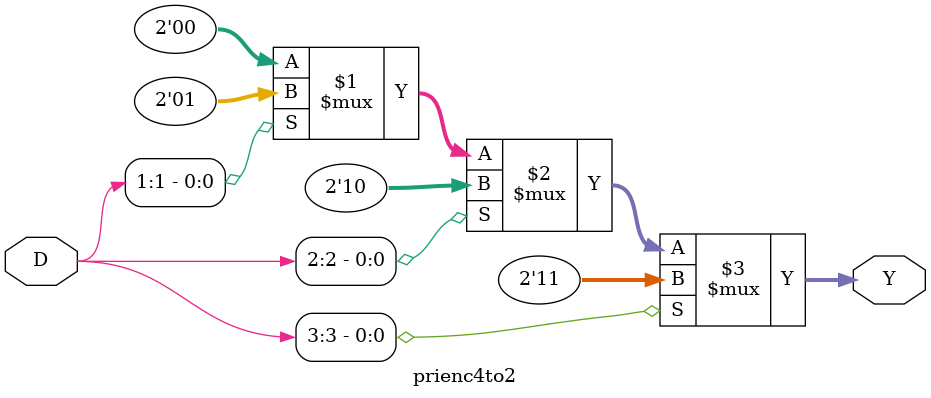
<source format=v>
module prienc4to2 (
    input  [3:0] D,
    output [1:0] Y
);

    assign Y = D[3] ? 2'b11 :
               D[2] ? 2'b10 :
               D[1] ? 2'b01 :
                       2'b00;

endmodule

</source>
